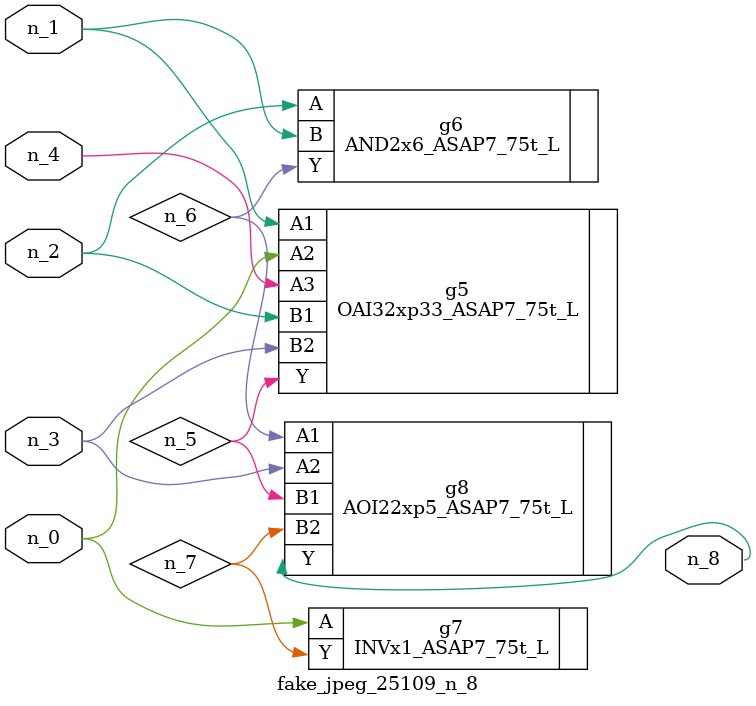
<source format=v>
module fake_jpeg_25109_n_8 (n_3, n_2, n_1, n_0, n_4, n_8);

input n_3;
input n_2;
input n_1;
input n_0;
input n_4;

output n_8;

wire n_6;
wire n_5;
wire n_7;

OAI32xp33_ASAP7_75t_L g5 ( 
.A1(n_1),
.A2(n_0),
.A3(n_4),
.B1(n_2),
.B2(n_3),
.Y(n_5)
);

AND2x6_ASAP7_75t_L g6 ( 
.A(n_2),
.B(n_1),
.Y(n_6)
);

INVx1_ASAP7_75t_L g7 ( 
.A(n_0),
.Y(n_7)
);

AOI22xp5_ASAP7_75t_L g8 ( 
.A1(n_6),
.A2(n_3),
.B1(n_5),
.B2(n_7),
.Y(n_8)
);


endmodule
</source>
